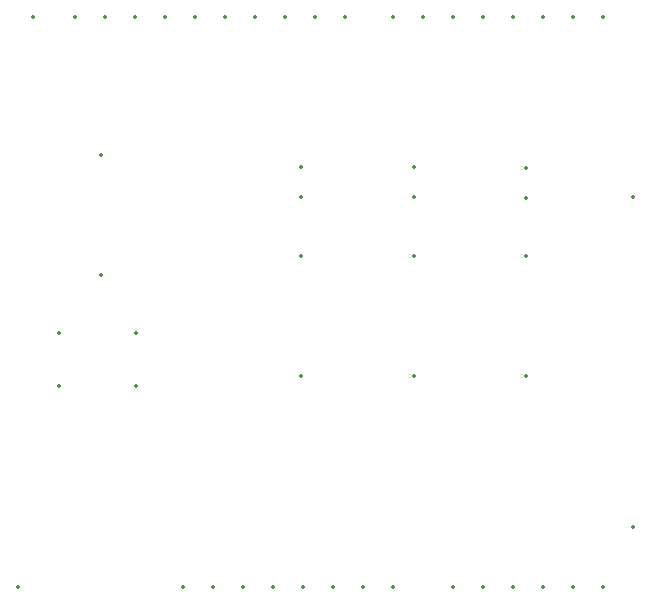
<source format=gbo>
%TF.GenerationSoftware,KiCad,Pcbnew,8.0.0*%
%TF.CreationDate,2024-03-31T18:51:28-04:00*%
%TF.ProjectId,2_spaceship_interface_shield,325f7370-6163-4657-9368-69705f696e74,rev?*%
%TF.SameCoordinates,Original*%
%TF.FileFunction,Legend,Bot*%
%TF.FilePolarity,Positive*%
%FSLAX46Y46*%
G04 Gerber Fmt 4.6, Leading zero omitted, Abs format (unit mm)*
G04 Created by KiCad (PCBNEW 8.0.0) date 2024-03-31 18:51:28*
%MOMM*%
%LPD*%
G01*
G04 APERTURE LIST*
%ADD10C,0.350000*%
G04 APERTURE END LIST*
D10*
X127940000Y-97460000D03*
X130480000Y-97460000D03*
X133020000Y-97460000D03*
X135560000Y-97460000D03*
X138100000Y-97460000D03*
X140640000Y-97460000D03*
X143180000Y-97460000D03*
X145720000Y-97460000D03*
X150800000Y-97460000D03*
X153340000Y-97460000D03*
X155880000Y-97460000D03*
X158420000Y-97460000D03*
X160960000Y-97460000D03*
X163500000Y-97460000D03*
X118796000Y-49200000D03*
X121336000Y-49200000D03*
X123876000Y-49200000D03*
X126416000Y-49200000D03*
X128956000Y-49200000D03*
X131496000Y-49200000D03*
X134036000Y-49200000D03*
X136576000Y-49200000D03*
X139116000Y-49200000D03*
X141656000Y-49200000D03*
X145720000Y-49200000D03*
X148260000Y-49200000D03*
X150800000Y-49200000D03*
X153340000Y-49200000D03*
X155880000Y-49200000D03*
X158420000Y-49200000D03*
X160960000Y-49200000D03*
X163500000Y-49200000D03*
X121000000Y-71080000D03*
X121000000Y-60920000D03*
X147500000Y-79660000D03*
X147500000Y-69500000D03*
X157000000Y-64540000D03*
X157000000Y-62000000D03*
X147500000Y-64500000D03*
X147500000Y-61960000D03*
X115240000Y-49200000D03*
X138000000Y-79660000D03*
X138000000Y-69500000D03*
X157000000Y-79660000D03*
X157000000Y-69500000D03*
X138000000Y-64500000D03*
X138000000Y-61960000D03*
X124000000Y-80500000D03*
X117500000Y-80500000D03*
X117500000Y-76000000D03*
X124000000Y-76000000D03*
X113970000Y-97460000D03*
X166040000Y-64440000D03*
X166040000Y-92380000D03*
M02*

</source>
